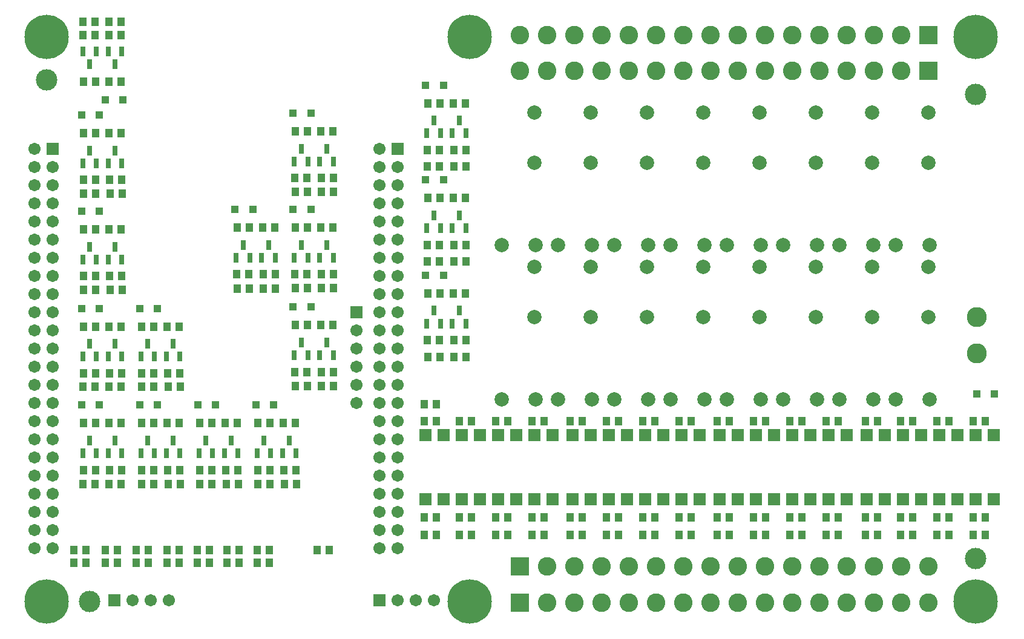
<source format=gts>
G04*
G04 #@! TF.GenerationSoftware,Altium Limited,Altium Designer,23.5.1 (21)*
G04*
G04 Layer_Color=8388736*
%FSLAX44Y44*%
%MOMM*%
G71*
G04*
G04 #@! TF.SameCoordinates,8DBBECA3-F22B-4787-8F39-2E3879C6619A*
G04*
G04*
G04 #@! TF.FilePolarity,Negative*
G04*
G01*
G75*
%ADD22R,1.1032X1.2032*%
%ADD23R,0.8032X1.4032*%
%ADD24R,1.0032X1.0032*%
%ADD25C,3.0000*%
%ADD26R,1.7032X1.8032*%
%ADD27C,1.7032*%
%ADD28R,1.7032X1.7032*%
%ADD29C,2.0032*%
%ADD30C,2.8032*%
%ADD31C,6.2032*%
%ADD32R,2.6032X2.6032*%
%ADD33C,2.6032*%
%ADD34R,1.7032X1.7032*%
D22*
X90702Y832872D02*
D03*
X107702D02*
D03*
X127532D02*
D03*
X144532D02*
D03*
X91630Y767614D02*
D03*
X108630D02*
D03*
X144190D02*
D03*
X127190D02*
D03*
X128318Y224302D02*
D03*
X145318D02*
D03*
X91488D02*
D03*
X108488D02*
D03*
X127390Y289560D02*
D03*
X144390D02*
D03*
X108830D02*
D03*
X91830D02*
D03*
X424228Y632460D02*
D03*
X441228D02*
D03*
X387398D02*
D03*
X404398D02*
D03*
X423300Y697718D02*
D03*
X440300D02*
D03*
X404740D02*
D03*
X387740D02*
D03*
X208670Y111760D02*
D03*
X225670D02*
D03*
X165490D02*
D03*
X182490D02*
D03*
X250580D02*
D03*
X267580D02*
D03*
X292490D02*
D03*
X309490D02*
D03*
X404740Y563098D02*
D03*
X387740D02*
D03*
X423300D02*
D03*
X440300D02*
D03*
X107560Y340360D02*
D03*
X90560D02*
D03*
X107560Y204470D02*
D03*
X90560D02*
D03*
X190110D02*
D03*
X173110D02*
D03*
X323460Y477520D02*
D03*
X306460D02*
D03*
X404740Y613410D02*
D03*
X387740D02*
D03*
X404740Y478790D02*
D03*
X387740D02*
D03*
X404740Y341630D02*
D03*
X387740D02*
D03*
X145660Y610870D02*
D03*
X128660D02*
D03*
X90560Y850900D02*
D03*
X107560D02*
D03*
X127390D02*
D03*
X144390D02*
D03*
X572818Y515620D02*
D03*
X589818D02*
D03*
X424570Y613410D02*
D03*
X441570D02*
D03*
X335670Y204470D02*
D03*
X352670D02*
D03*
X626600Y671830D02*
D03*
X609600D02*
D03*
X589770D02*
D03*
X572770D02*
D03*
X625672Y737088D02*
D03*
X608672D02*
D03*
X573112D02*
D03*
X590112D02*
D03*
X1202300Y157480D02*
D03*
X1185300D02*
D03*
Y133350D02*
D03*
X1202300D02*
D03*
X94860Y93980D02*
D03*
X77860D02*
D03*
X127390Y340360D02*
D03*
X144390D02*
D03*
X291220Y204470D02*
D03*
X308220D02*
D03*
X372500D02*
D03*
X389500D02*
D03*
X309490Y93980D02*
D03*
X292490D02*
D03*
X91830Y476250D02*
D03*
X108830D02*
D03*
X267580Y93980D02*
D03*
X250580D02*
D03*
X128660Y476250D02*
D03*
X145660D02*
D03*
X585080Y316230D02*
D03*
X568080D02*
D03*
X225670Y93980D02*
D03*
X208670D02*
D03*
X351400Y111760D02*
D03*
X334400D02*
D03*
X572770Y648970D02*
D03*
X589770D02*
D03*
X139310Y93980D02*
D03*
X122310D02*
D03*
X573160Y382270D02*
D03*
X590160D02*
D03*
X173110Y340360D02*
D03*
X190110D02*
D03*
X254390Y204470D02*
D03*
X271390D02*
D03*
X209940D02*
D03*
X226940D02*
D03*
X435220Y111760D02*
D03*
X418220D02*
D03*
X91830Y610870D02*
D03*
X108830D02*
D03*
X94860Y111760D02*
D03*
X77860D02*
D03*
X127390Y204470D02*
D03*
X144390D02*
D03*
X351400Y93980D02*
D03*
X334400D02*
D03*
X424570Y341630D02*
D03*
X441570D02*
D03*
X209940Y340360D02*
D03*
X226940D02*
D03*
X182490Y93980D02*
D03*
X165490D02*
D03*
X139310Y111760D02*
D03*
X122310D02*
D03*
X404398Y497840D02*
D03*
X387398D02*
D03*
X573160Y604520D02*
D03*
X590160D02*
D03*
X626648Y539262D02*
D03*
X609648D02*
D03*
X589818Y405912D02*
D03*
X572818D02*
D03*
X625720Y604520D02*
D03*
X608720D02*
D03*
X589818Y539262D02*
D03*
X572818D02*
D03*
X441228Y497840D02*
D03*
X424228D02*
D03*
X626648Y405912D02*
D03*
X609648D02*
D03*
X573160Y471170D02*
D03*
X590160D02*
D03*
X625720D02*
D03*
X608720D02*
D03*
X1302630Y157480D02*
D03*
X1285630D02*
D03*
X1353430D02*
D03*
X1336430D02*
D03*
Y133350D02*
D03*
X1353430D02*
D03*
X1302630Y292100D02*
D03*
X1285630D02*
D03*
X335670Y289560D02*
D03*
X352670D02*
D03*
X1234830Y133350D02*
D03*
X1251830D02*
D03*
Y292100D02*
D03*
X1234830D02*
D03*
X1353430D02*
D03*
X1336430D02*
D03*
X1285630Y133350D02*
D03*
X1302630D02*
D03*
X1251830Y157480D02*
D03*
X1234830D02*
D03*
X145318Y629920D02*
D03*
X128318D02*
D03*
X226598Y224302D02*
D03*
X209598D02*
D03*
X108488Y495300D02*
D03*
X91488D02*
D03*
X108488Y629920D02*
D03*
X91488D02*
D03*
X173110Y289560D02*
D03*
X190110D02*
D03*
X91830Y560558D02*
D03*
X108830D02*
D03*
X91830Y695178D02*
D03*
X108830D02*
D03*
X352328Y224302D02*
D03*
X335328D02*
D03*
X225670Y289560D02*
D03*
X208670D02*
D03*
X440300Y426720D02*
D03*
X423300D02*
D03*
X189768Y359410D02*
D03*
X172768D02*
D03*
X91830Y424668D02*
D03*
X108830D02*
D03*
X145318Y359410D02*
D03*
X128318D02*
D03*
X307878Y224302D02*
D03*
X290878D02*
D03*
X389158D02*
D03*
X372158D02*
D03*
X189768D02*
D03*
X172768D02*
D03*
X226598Y359410D02*
D03*
X209598D02*
D03*
X144390Y695178D02*
D03*
X127390D02*
D03*
X144390Y560558D02*
D03*
X127390D02*
D03*
X145318Y495300D02*
D03*
X128318D02*
D03*
X404398Y361462D02*
D03*
X387398D02*
D03*
X173110Y424668D02*
D03*
X190110D02*
D03*
X441228Y361462D02*
D03*
X424228D02*
D03*
X254390Y289560D02*
D03*
X271390D02*
D03*
X271048Y224302D02*
D03*
X254048D02*
D03*
X306950Y289560D02*
D03*
X289950D02*
D03*
X225670Y424668D02*
D03*
X208670D02*
D03*
X388230Y289560D02*
D03*
X371230D02*
D03*
X387740Y426720D02*
D03*
X404740D02*
D03*
X144390Y424668D02*
D03*
X127390D02*
D03*
X108488Y359410D02*
D03*
X91488D02*
D03*
X359020Y563098D02*
D03*
X342020D02*
D03*
X359948Y497840D02*
D03*
X342948D02*
D03*
X323118D02*
D03*
X306118D02*
D03*
X306460Y563098D02*
D03*
X323460D02*
D03*
X585080Y157480D02*
D03*
X568080D02*
D03*
X1096890Y292100D02*
D03*
X1079890D02*
D03*
X634610Y157480D02*
D03*
X617610D02*
D03*
X719210Y133350D02*
D03*
X736210D02*
D03*
X685410Y157480D02*
D03*
X668410D02*
D03*
X924950Y133350D02*
D03*
X941950D02*
D03*
X772550D02*
D03*
X789550D02*
D03*
X941950Y292100D02*
D03*
X924950D02*
D03*
X823350Y133350D02*
D03*
X840350D02*
D03*
X685410Y292100D02*
D03*
X668410D02*
D03*
X1147690D02*
D03*
X1130690D02*
D03*
X1096890Y157480D02*
D03*
X1079890D02*
D03*
X736210Y292100D02*
D03*
X719210D02*
D03*
X941950Y157480D02*
D03*
X924950D02*
D03*
X585080Y292100D02*
D03*
X568080D02*
D03*
X874150Y133350D02*
D03*
X891150D02*
D03*
X978290D02*
D03*
X995290D02*
D03*
X840350Y292100D02*
D03*
X823350D02*
D03*
X634610D02*
D03*
X617610D02*
D03*
Y133350D02*
D03*
X634610D02*
D03*
X995290Y292100D02*
D03*
X978290D02*
D03*
X789550Y157480D02*
D03*
X772550D02*
D03*
X891150D02*
D03*
X874150D02*
D03*
X1029090Y133350D02*
D03*
X1046090D02*
D03*
X1079890D02*
D03*
X1096890D02*
D03*
X1130690D02*
D03*
X1147690D02*
D03*
X1046090Y292100D02*
D03*
X1029090D02*
D03*
X736210Y157480D02*
D03*
X719210D02*
D03*
X568080Y133350D02*
D03*
X585080D02*
D03*
X789550Y292100D02*
D03*
X772550D02*
D03*
X1147690Y157480D02*
D03*
X1130690D02*
D03*
X1202300Y292100D02*
D03*
X1185300D02*
D03*
X840350Y157480D02*
D03*
X823350D02*
D03*
X1046090D02*
D03*
X1029090D02*
D03*
X995290D02*
D03*
X978290D02*
D03*
X891150Y292100D02*
D03*
X874150D02*
D03*
X668410Y133350D02*
D03*
X685410D02*
D03*
X609600Y648970D02*
D03*
X626600D02*
D03*
X609648Y515620D02*
D03*
X626648D02*
D03*
X343290Y477520D02*
D03*
X360290D02*
D03*
X424570Y478790D02*
D03*
X441570D02*
D03*
X609990Y382270D02*
D03*
X626990D02*
D03*
D23*
X100130Y791634D02*
D03*
X90630Y809634D02*
D03*
X109630D02*
D03*
X135690Y791634D02*
D03*
X126190Y809634D02*
D03*
X145190D02*
D03*
X126390Y247540D02*
D03*
X145390D02*
D03*
X135890Y265540D02*
D03*
X90830Y247540D02*
D03*
X109830D02*
D03*
X100330Y265540D02*
D03*
X422300Y655698D02*
D03*
X441300D02*
D03*
X431800Y673698D02*
D03*
X386740Y655698D02*
D03*
X405740D02*
D03*
X396240Y673698D02*
D03*
X617172Y713068D02*
D03*
X626672Y695068D02*
D03*
X607672D02*
D03*
X581612Y713068D02*
D03*
X591112Y695068D02*
D03*
X572112D02*
D03*
X314960Y539078D02*
D03*
X324460Y521078D02*
D03*
X305460D02*
D03*
X617220Y580500D02*
D03*
X626720Y562500D02*
D03*
X607720D02*
D03*
X431800Y539078D02*
D03*
X441300Y521078D02*
D03*
X422300D02*
D03*
X396240Y539078D02*
D03*
X405740Y521078D02*
D03*
X386740D02*
D03*
X617220Y447150D02*
D03*
X626720Y429150D02*
D03*
X607720D02*
D03*
X581660Y580500D02*
D03*
X591160Y562500D02*
D03*
X572160D02*
D03*
X344170Y265540D02*
D03*
X353670Y247540D02*
D03*
X334670D02*
D03*
X379730Y265540D02*
D03*
X389230Y247540D02*
D03*
X370230D02*
D03*
X431800Y402700D02*
D03*
X441300Y384700D02*
D03*
X422300D02*
D03*
X135890Y671158D02*
D03*
X145390Y653158D02*
D03*
X126390D02*
D03*
X298450Y265540D02*
D03*
X307950Y247540D02*
D03*
X288950D02*
D03*
X100330Y671158D02*
D03*
X109830Y653158D02*
D03*
X90830D02*
D03*
X135890Y536538D02*
D03*
X145390Y518538D02*
D03*
X126390D02*
D03*
X217170Y400648D02*
D03*
X226670Y382648D02*
D03*
X207670D02*
D03*
X181610Y265540D02*
D03*
X191110Y247540D02*
D03*
X172110D02*
D03*
X262890Y265540D02*
D03*
X272390Y247540D02*
D03*
X253390D02*
D03*
X100330Y536538D02*
D03*
X109830Y518538D02*
D03*
X90830D02*
D03*
X181610Y400648D02*
D03*
X191110Y382648D02*
D03*
X172110D02*
D03*
X135890Y400648D02*
D03*
X145390Y382648D02*
D03*
X126390D02*
D03*
X100330Y400648D02*
D03*
X109830Y382648D02*
D03*
X90830D02*
D03*
X396240Y402700D02*
D03*
X405740Y384700D02*
D03*
X386740D02*
D03*
X217170Y265540D02*
D03*
X226670Y247540D02*
D03*
X207670D02*
D03*
X581660Y447150D02*
D03*
X591160Y429150D02*
D03*
X572160D02*
D03*
X350520Y539078D02*
D03*
X360020Y521078D02*
D03*
X341020D02*
D03*
D24*
X146920Y742214D02*
D03*
X121920D02*
D03*
X114100Y314960D02*
D03*
X89100D02*
D03*
X410010Y723118D02*
D03*
X385010D02*
D03*
X410010Y588498D02*
D03*
X385010D02*
D03*
X570382Y762488D02*
D03*
X595382D02*
D03*
X303730Y588498D02*
D03*
X328730D02*
D03*
X570430Y629920D02*
D03*
X595430D02*
D03*
X332940Y314960D02*
D03*
X357940D02*
D03*
X170380D02*
D03*
X195380D02*
D03*
X89100Y720578D02*
D03*
X114100D02*
D03*
X89100Y585958D02*
D03*
X114100D02*
D03*
X385010Y452120D02*
D03*
X410010D02*
D03*
X89100Y450068D02*
D03*
X114100D02*
D03*
X251660Y314960D02*
D03*
X276660D02*
D03*
X170380Y450068D02*
D03*
X195380D02*
D03*
X570430Y496570D02*
D03*
X595430D02*
D03*
X1341320Y330200D02*
D03*
X1366320D02*
D03*
D25*
X1340000Y750000D02*
D03*
X100000Y40000D02*
D03*
X1340000Y100000D02*
D03*
X40000Y770000D02*
D03*
D26*
X1007110Y183050D02*
D03*
X981710D02*
D03*
Y273050D02*
D03*
X1007110D02*
D03*
X1032510Y183050D02*
D03*
Y273050D02*
D03*
X1057910Y183050D02*
D03*
Y273050D02*
D03*
X1083310Y183050D02*
D03*
Y273050D02*
D03*
X1108710Y183050D02*
D03*
Y273050D02*
D03*
X1134110Y183050D02*
D03*
Y273050D02*
D03*
X1159510Y183050D02*
D03*
Y273050D02*
D03*
X1212850Y183050D02*
D03*
X1187450D02*
D03*
Y273050D02*
D03*
X1212850D02*
D03*
X1238250Y183050D02*
D03*
Y273050D02*
D03*
X1263650Y183050D02*
D03*
Y273050D02*
D03*
X1289050Y183050D02*
D03*
Y273050D02*
D03*
X1314450Y183050D02*
D03*
Y273050D02*
D03*
X1339850Y183050D02*
D03*
Y273050D02*
D03*
X1365250Y183050D02*
D03*
Y273050D02*
D03*
X595630Y183050D02*
D03*
X570230D02*
D03*
Y273050D02*
D03*
X595630D02*
D03*
X621030Y183050D02*
D03*
Y273050D02*
D03*
X646430Y183050D02*
D03*
Y273050D02*
D03*
X671830Y183050D02*
D03*
Y273050D02*
D03*
X697230Y183050D02*
D03*
Y273050D02*
D03*
X722630Y183050D02*
D03*
Y273050D02*
D03*
X748030Y183050D02*
D03*
Y273050D02*
D03*
X801370Y183050D02*
D03*
X775970D02*
D03*
Y273050D02*
D03*
X801370D02*
D03*
X826770Y183050D02*
D03*
Y273050D02*
D03*
X852170Y183050D02*
D03*
Y273050D02*
D03*
X877570Y183050D02*
D03*
Y273050D02*
D03*
X902970Y183050D02*
D03*
Y273050D02*
D03*
X928370Y183050D02*
D03*
Y273050D02*
D03*
X953770Y183050D02*
D03*
Y273050D02*
D03*
D27*
X48260Y596900D02*
D03*
X22860D02*
D03*
X530860Y469900D02*
D03*
X505460D02*
D03*
X581660Y42000D02*
D03*
X556260D02*
D03*
X530860D02*
D03*
X210770D02*
D03*
X185370D02*
D03*
X159970D02*
D03*
X48260Y292100D02*
D03*
X22860D02*
D03*
X530860Y419100D02*
D03*
X505460D02*
D03*
X530860Y342900D02*
D03*
Y546100D02*
D03*
X505460D02*
D03*
X48260Y215900D02*
D03*
X505460Y114300D02*
D03*
X530860D02*
D03*
X505460Y139700D02*
D03*
X530860D02*
D03*
X505460Y165100D02*
D03*
X530860D02*
D03*
X505460Y190500D02*
D03*
X530860D02*
D03*
X505460Y215900D02*
D03*
X530860D02*
D03*
X505460Y241300D02*
D03*
X530860D02*
D03*
X505460Y266700D02*
D03*
X530860D02*
D03*
X505460Y292100D02*
D03*
X530860D02*
D03*
X505460Y317500D02*
D03*
X530860D02*
D03*
X505460Y342900D02*
D03*
Y368300D02*
D03*
X530860D02*
D03*
X505460Y393700D02*
D03*
X530860D02*
D03*
X505460Y444500D02*
D03*
X530860D02*
D03*
X505460Y495300D02*
D03*
X530860D02*
D03*
X505460Y520700D02*
D03*
X530860D02*
D03*
X505460Y571500D02*
D03*
X530860D02*
D03*
X505460Y596900D02*
D03*
X530860D02*
D03*
X505460Y622300D02*
D03*
X530860D02*
D03*
X505460Y647700D02*
D03*
X530860D02*
D03*
X505460Y673100D02*
D03*
X22860D02*
D03*
X48260Y647700D02*
D03*
X22860D02*
D03*
X48260Y622300D02*
D03*
X22860D02*
D03*
X48260Y571500D02*
D03*
X22860D02*
D03*
X48260Y546100D02*
D03*
X22860D02*
D03*
X48260Y520700D02*
D03*
X22860D02*
D03*
X48260Y495300D02*
D03*
X22860D02*
D03*
X48260Y469900D02*
D03*
X22860D02*
D03*
X48260Y444500D02*
D03*
X22860D02*
D03*
X48260Y419100D02*
D03*
X22860D02*
D03*
X48260Y393700D02*
D03*
X22860D02*
D03*
X48260Y368300D02*
D03*
X22860D02*
D03*
X48260Y342900D02*
D03*
X22860D02*
D03*
X48260Y317500D02*
D03*
X22860D02*
D03*
X48260Y266700D02*
D03*
X22860D02*
D03*
X48260Y241300D02*
D03*
X22860D02*
D03*
Y215900D02*
D03*
X48260Y190500D02*
D03*
X22860D02*
D03*
X48260Y165100D02*
D03*
X22860D02*
D03*
X48260Y139700D02*
D03*
X22860D02*
D03*
X48260Y114300D02*
D03*
X22860D02*
D03*
X473710Y419100D02*
D03*
Y393700D02*
D03*
Y368300D02*
D03*
Y342900D02*
D03*
Y317500D02*
D03*
D28*
X505460Y42000D02*
D03*
X134570D02*
D03*
D29*
X992090Y538900D02*
D03*
X1039090D02*
D03*
X1037590Y653900D02*
D03*
Y723900D02*
D03*
X1228310Y538900D02*
D03*
X1275310D02*
D03*
X1273810Y653900D02*
D03*
Y723900D02*
D03*
X1070830Y323000D02*
D03*
X1117830D02*
D03*
X1116330Y438000D02*
D03*
Y508000D02*
D03*
X1149570Y538900D02*
D03*
X1196570D02*
D03*
X1195070Y653900D02*
D03*
Y723900D02*
D03*
X1228310Y323000D02*
D03*
X1275310D02*
D03*
X1273810Y438000D02*
D03*
Y508000D02*
D03*
X1149570Y323000D02*
D03*
X1196570D02*
D03*
X1195070Y438000D02*
D03*
Y508000D02*
D03*
X677130Y323000D02*
D03*
X724130D02*
D03*
X722630Y438000D02*
D03*
Y508000D02*
D03*
X913350Y538900D02*
D03*
X960350D02*
D03*
X958850Y653900D02*
D03*
Y723900D02*
D03*
X834610Y538900D02*
D03*
X881610D02*
D03*
X880110Y653900D02*
D03*
Y723900D02*
D03*
X755870Y323000D02*
D03*
X802870D02*
D03*
X801370Y438000D02*
D03*
Y508000D02*
D03*
X755870Y538900D02*
D03*
X802870D02*
D03*
X801370Y653900D02*
D03*
Y723900D02*
D03*
X677130Y538900D02*
D03*
X724130D02*
D03*
X722630Y653900D02*
D03*
Y723900D02*
D03*
X992090Y323000D02*
D03*
X1039090D02*
D03*
X1037590Y438000D02*
D03*
Y508000D02*
D03*
X834610Y323000D02*
D03*
X881610D02*
D03*
X880110Y438000D02*
D03*
Y508000D02*
D03*
X913350Y323000D02*
D03*
X960350D02*
D03*
X958850Y438000D02*
D03*
Y508000D02*
D03*
X1070830Y538900D02*
D03*
X1117830D02*
D03*
X1116330Y653900D02*
D03*
Y723900D02*
D03*
D30*
X1341120Y438150D02*
D03*
Y387350D02*
D03*
D31*
X631910Y830000D02*
D03*
Y40000D02*
D03*
X1340000Y830000D02*
D03*
X40000Y40000D02*
D03*
X1340000D02*
D03*
X40000Y830000D02*
D03*
D32*
X702310Y38900D02*
D03*
Y88900D02*
D03*
X1273810Y832320D02*
D03*
Y782320D02*
D03*
D33*
X740410Y38900D02*
D03*
X778510D02*
D03*
X816610D02*
D03*
X854710D02*
D03*
X892810D02*
D03*
X930910D02*
D03*
X969010D02*
D03*
X1007110D02*
D03*
X1045210D02*
D03*
X1083310D02*
D03*
X1121410D02*
D03*
X1159510D02*
D03*
X1197610D02*
D03*
X1235710D02*
D03*
X1273810D02*
D03*
X740410Y88900D02*
D03*
X778510D02*
D03*
X816610D02*
D03*
X854710D02*
D03*
X892810D02*
D03*
X930910D02*
D03*
X969010D02*
D03*
X1007110D02*
D03*
X1045210D02*
D03*
X1083310D02*
D03*
X1121410D02*
D03*
X1159510D02*
D03*
X1197610D02*
D03*
X1235710D02*
D03*
X1273810D02*
D03*
X1235710Y832320D02*
D03*
X1197610D02*
D03*
X1159510D02*
D03*
X1121410D02*
D03*
X1083310D02*
D03*
X1045210D02*
D03*
X1007110D02*
D03*
X969010D02*
D03*
X930910D02*
D03*
X892810D02*
D03*
X854710D02*
D03*
X816610D02*
D03*
X778510D02*
D03*
X740410D02*
D03*
X702310D02*
D03*
X1235710Y782320D02*
D03*
X1197610D02*
D03*
X1159510D02*
D03*
X1121410D02*
D03*
X1083310D02*
D03*
X1045210D02*
D03*
X1007110D02*
D03*
X969010D02*
D03*
X930910D02*
D03*
X892810D02*
D03*
X854710D02*
D03*
X816610D02*
D03*
X778510D02*
D03*
X740410D02*
D03*
X702310D02*
D03*
D34*
X530860Y673100D02*
D03*
X48260D02*
D03*
X473710Y444500D02*
D03*
M02*

</source>
